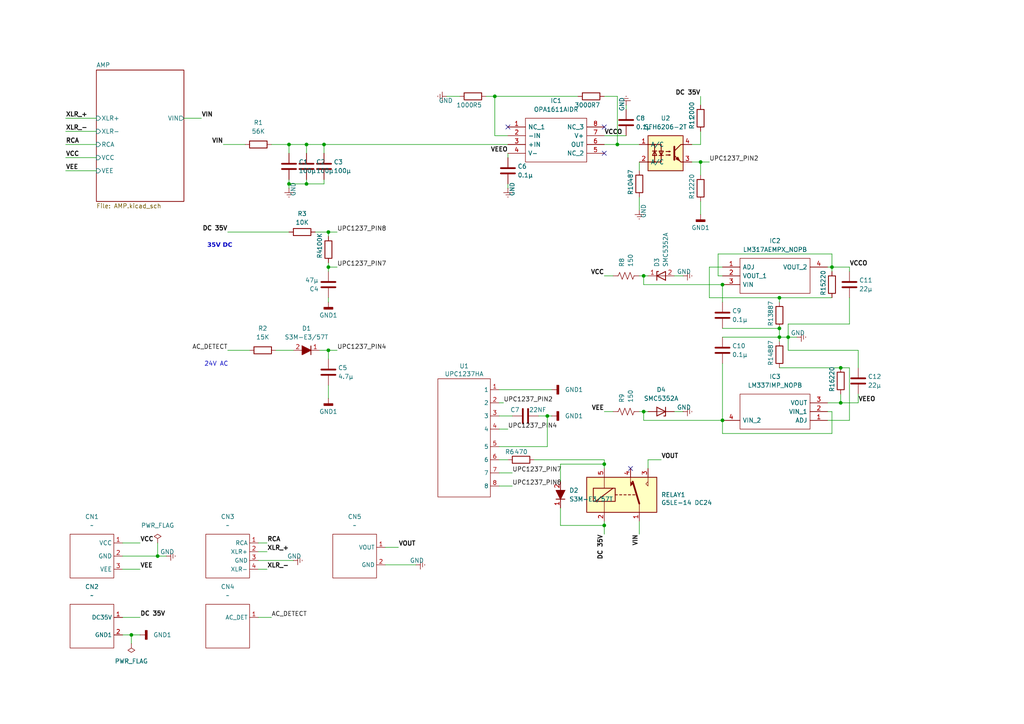
<source format=kicad_sch>
(kicad_sch (version 20250114) (generator "eeschema") (generator_version "9.0")
  (paper "A4")
  (title_block (title "PASS A5 AMP") (date "2025-04-25") (rev "V1") (company "CJW") (comment 1 "PER CHANNEL") (comment 2 "300W TRANSFORMER") (comment 3 "50W OUTPUT"))
  (lib_symbols
    (symbol "2线焊盘_1"
      (property "Reference" "CN8" (at 0 11.43 0))
      (property "Value" "~" (at 0 8.89 0))
      (symbol "2线焊盘_1_0_1"
        (rectangle (start -6.35 6.35) (end 6.35 -6.35))
      )
      (symbol "2线焊盘_1_1_1"
        (pin passive line (at 8.89 2.54 180) (length 2.54) (name "VOUT") (number "1"))
        (pin passive line (at 8.89 -2.54 180) (length 2.54) (name "GND") (number "2"))
      )
    )
    (symbol "3rd_components:OPA1611AIDR" (pin_names (offset 0.762))
      (property "Reference" "IC" (at 24.13 8.636 0))
      (property "Value" "OPA1611AIDR" (at 24.13 6.096 0))
      (symbol "OPA1611AIDR_0_0"
        (pin passive line (at 0 0 0) (length 5.08) (name "NC_1") (number "1"))
        (pin passive line (at 0 -2.54 0) (length 5.08) (name "-IN") (number "2"))
        (pin passive line (at 0 -5.08 0) (length 5.08) (name "+IN") (number "3"))
        (pin passive line (at 0 -7.62 0) (length 5.08) (name "V-") (number "4"))
        (pin passive line (at 27.94 0 180) (length 5.08) (name "NC_3") (number "8"))
        (pin passive line (at 27.94 -2.54 180) (length 5.08) (name "V+") (number "7"))
        (pin passive line (at 27.94 -5.08 180) (length 5.08) (name "OUT") (number "6"))
        (pin passive line (at 27.94 -7.62 180) (length 5.08) (name "NC_2") (number "5"))
      )
      (symbol "OPA1611AIDR_0_1"
        (polyline (pts (xy 5.08 2.54) (xy 22.86 2.54) (xy 22.86 -10.16) (xy 5.08 -10.16) (xy 5.08 2.54)) (stroke (width 0.1524)))
      )
    )
    (symbol "3rd_components:UPC1237HA"
      (property "Reference" "U" (at 0 0 0))
      (symbol "UPC1237HA_0_1"
        (rectangle (start -7.62 17.145) (end 7.62 -17.145))
      )
      (symbol "UPC1237HA_1_1"
        (pin passive line (at 10.16 13.97 180) (length 2.54) (name "1") (number "1"))
        (pin passive line (at 10.16 10.16 180) (length 2.54) (name "2") (number "2"))
        (pin passive line (at 10.16 6.35 180) (length 2.54) (name "3") (number "3"))
        (pin passive line (at 10.16 2.54 180) (length 2.54) (name "4") (number "4"))
        (pin passive line (at 10.16 -2.54 180) (length 2.54) (name "5") (number "5"))
        (pin passive line (at 10.16 -6.35 180) (length 2.54) (name "6") (number "6"))
        (pin passive line (at 10.16 -10.16 180) (length 2.54) (name "7") (number "7"))
        (pin passive line (at 10.16 -13.97 180) (length 2.54) (name "8") (number "8"))
      )
    )
    (symbol "D_Zener_1" (pin_names (offset 1.016) (hide yes))
      (property "Reference" "D" (at 0 2.54 0))
      (property "Value" "D_Zener" (at 0 -2.54 0))
      (symbol "D_Zener_1_0_1"
        (polyline (pts (xy -1.27 -1.27) (xy -1.27 1.27) (xy -0.762 1.27)) (stroke (width 0.254)))
        (polyline (pts (xy 1.27 0) (xy -1.27 0)))
        (polyline (pts (xy 1.27 -1.27) (xy 1.27 1.27) (xy -1.27 0) (xy 1.27 -1.27)) (stroke (width 0.254)))
      )
      (symbol "D_Zener_1_1_1"
        (pin passive line (at -3.81 0 0) (length 2.54) (name "K") (number "1"))
        (pin passive line (at 3.81 0 180) (length 2.54) (name "A") (number "2"))
      )
    )
    (symbol "Device:D_Zener" (pin_numbers (hide yes)) (pin_names (offset 1.016) (hide yes))
      (property "Reference" "D" (at 0 2.54 0))
      (property "Value" "D_Zener" (at 0 -2.54 0))
      (symbol "D_Zener_0_1"
        (polyline (pts (xy -1.27 -1.27) (xy -1.27 1.27) (xy -0.762 1.27)) (stroke (width 0.254)))
        (polyline (pts (xy 1.27 0) (xy -1.27 0)))
        (polyline (pts (xy 1.27 -1.27) (xy 1.27 1.27) (xy -1.27 0) (xy 1.27 -1.27)) (stroke (width 0.254)))
      )
      (symbol "D_Zener_1_1"
        (pin passive line (at -3.81 0 0) (length 2.54) (name "K") (number "1"))
        (pin passive line (at 3.81 0 180) (length 2.54) (name "A") (number "2"))
      )
    )
    (symbol "Diode_1" (pin_names (offset 0) (hide yes))
      (property "Reference" "D" (at 0 -2.794 0))
      (property "Value" "Diode" (at 0 -4.572 0))
      (symbol "Diode_1_0_1"
        (polyline (pts (xy -1.27 1.27) (xy -1.27 -1.27) (xy 1.27 0) (xy -1.27 1.27)) (stroke (width 0.254)) (fill (type outline)))
        (polyline (pts (xy -1.27 0) (xy 1.27 0)))
        (polyline (pts (xy 1.27 1.27) (xy 1.27 -1.27) (xy 1.27 -1.27)) (stroke (width 0.254)))
      )
      (symbol "Diode_1_1_1"
        (pin passive line (at -3.81 0 0) (length 2.54) (name "A") (number "2"))
        (pin passive line (at 3.81 0 180) (length 2.54) (name "K") (number "1"))
      )
    )
    (symbol "R_US_1" (pin_numbers (hide yes)) (pin_names (offset 0))
      (property "Reference" "R" (at 0 2.54 0))
      (property "Value" "～" (at 0 -2.54 0))
      (symbol "R_US_1_0_1"
        (polyline (pts (xy -2.286 0) (xy -2.54 0)))
        (polyline (pts (xy -2.286 0) (xy -1.905 1.016) (xy -1.524 0) (xy -1.143 -1.016) (xy -0.762 0)))
        (polyline (pts (xy -0.762 0) (xy -0.381 1.016) (xy 0 0) (xy 0.381 -1.016) (xy 0.762 0)))
        (polyline (pts (xy 0.762 0) (xy 1.143 1.016) (xy 1.524 0) (xy 1.905 -1.016) (xy 2.286 0)))
        (polyline (pts (xy 2.286 0) (xy 2.54 0)))
      )
      (symbol "R_US_1_1_1"
        (pin passive line (at -3.81 0 0) (length 1.27) (name "~") (number "1"))
        (pin passive line (at 3.81 0 180) (length 1.27) (name "~") (number "2"))
      )
    )
    (symbol "cus_connector:1线焊盘"
      (property "Reference" "CN10" (at 0 11.43 0))
      (property "Value" "~" (at 0 8.89 0))
      (symbol "1线焊盘_0_1"
        (rectangle (start -6.35 6.35) (end 6.35 -6.35))
      )
      (symbol "1线焊盘_1_1"
        (pin passive line (at 8.89 2.54 180) (length 2.54) (name "AC_DET") (number "1"))
      )
    )
    (symbol "cus_connector:2线焊盘"
      (property "Reference" "CN9" (at 0 11.43 0))
      (property "Value" "~" (at 0 8.89 0))
      (symbol "2线焊盘_0_1"
        (rectangle (start -6.35 6.35) (end 6.35 -6.35))
      )
      (symbol "2线焊盘_1_1"
        (pin passive line (at 8.89 2.54 180) (length 2.54) (name "DC35V") (number "1"))
        (pin passive line (at 8.89 -2.54 180) (length 2.54) (name "GND1") (number "2"))
      )
    )
    (symbol "cus_connector:3线焊盘"
      (property "Reference" "CN6" (at 0 11.43 0))
      (property "Value" "~" (at 0 8.89 0))
      (symbol "3线焊盘_0_1"
        (rectangle (start -6.35 6.35) (end 6.35 -6.35))
      )
      (symbol "3线焊盘_1_1"
        (pin passive line (at 8.89 3.81 180) (length 2.54) (name "VCC") (number "1"))
        (pin passive line (at 8.89 0 180) (length 2.54) (name "GND") (number "2"))
        (pin passive line (at 8.89 -3.81 180) (length 2.54) (name "VEE") (number "3"))
      )
    )
    (symbol "cus_connector:4线焊盘"
      (property "Reference" "CN7" (at 0 11.43 0))
      (property "Value" "~" (at 0 8.89 0))
      (symbol "4线焊盘_0_1"
        (rectangle (start -6.35 6.35) (end 6.35 -6.35))
      )
      (symbol "4线焊盘_1_1"
        (pin passive line (at 8.89 3.81 180) (length 2.54) (name "RCA") (number "1"))
        (pin passive line (at 8.89 1.27 180) (length 2.54) (name "XLR+") (number "2"))
        (pin passive line (at 8.89 -1.27 180) (length 2.54) (name "GND") (number "3"))
        (pin passive line (at 8.89 -3.81 180) (length 2.54) (name "XLR-") (number "4"))
      )
    )
    (symbol "cus_ldo:LM317AEMPX_NOPB" (pin_names (offset 0.762))
      (property "Reference" "IC" (at 29.21 7.62 0))
      (property "Value" "LM317AEMPX_NOPB" (at 29.21 5.08 0))
      (symbol "LM317AEMPX_NOPB_0_0"
        (pin passive line (at 0 0 0) (length 5.08) (name "ADJ") (number "1"))
        (pin passive line (at 0 -2.54 0) (length 5.08) (name "VOUT_1") (number "2"))
        (pin passive line (at 0 -5.08 0) (length 5.08) (name "VIN") (number "3"))
        (pin passive line (at 30.48 0 180) (length 5.08) (name "VOUT_2") (number "4"))
      )
      (symbol "LM317AEMPX_NOPB_0_1"
        (polyline (pts (xy 5.08 2.54) (xy 25.4 2.54) (xy 25.4 -7.62) (xy 5.08 -7.62) (xy 5.08 2.54)) (stroke (width 0.1524)))
      )
    )
    (symbol "cus_ldo:LM337IMP_NOPB" (pin_names (offset 0.762))
      (property "Reference" "IC" (at 26.67 7.62 0))
      (property "Value" "LM337IMP_NOPB" (at 26.67 5.08 0))
      (symbol "LM337IMP_NOPB_0_0"
        (pin passive line (at 0 0 0) (length 5.08) (name "ADJ") (number "1"))
        (pin passive line (at 0 -2.54 0) (length 5.08) (name "VIN_1") (number "2"))
        (pin passive line (at 0 -5.08 0) (length 5.08) (name "VOUT") (number "3"))
        (pin passive line (at 30.48 0 180) (length 5.08) (name "VIN_2") (number "4"))
      )
      (symbol "LM337IMP_NOPB_0_1"
        (polyline (pts (xy 5.08 2.54) (xy 25.4 2.54) (xy 25.4 -7.62) (xy 5.08 -7.62) (xy 5.08 2.54)) (stroke (width 0.1524)))
      )
    )
    (symbol "cus_optocouple:SFH6206-2T" (pin_names (offset 0.762))
      (property "Reference" "OC**" (at 19.812 6.604 0))
      (property "Value" "SFH6206-2T" (at 19.812 4.064 0))
      (symbol "SFH6206-2T_0_1"
        (rectangle (start 2.54 2.54) (end 12.7 -7.62) (stroke (width 0.254)) (fill (type background)))
      )
      (symbol "SFH6206-2T_1_1"
        (polyline (pts (xy 2.54 0) (xy 4.445 0) (xy 4.445 -5.08) (xy 2.54 -5.08)) (stroke (width 0.254)))
        (polyline (pts (xy 3.81 -1.905) (xy 5.08 -1.905)) (stroke (width 0.254)))
        (circle (center 4.445 0) (radius 0.127))
        (polyline (pts (xy 4.445 -1.905) (xy 3.81 -3.175) (xy 5.08 -3.175) (xy 4.445 -1.905)) (stroke (width 0.254)))
        (polyline (pts (xy 4.445 -5.08) (xy 6.35 -5.08) (xy 6.35 0) (xy 4.445 0)) (stroke (width 0.254)))
        (circle (center 4.445 -5.08) (radius 0.127))
        (polyline (pts (xy 5.715 -3.175) (xy 6.985 -3.175)) (stroke (width 0.254)))
        (polyline (pts (xy 6.35 -3.175) (xy 5.715 -1.905) (xy 6.985 -1.905) (xy 6.35 -3.175)) (stroke (width 0.254)))
        (polyline (pts (xy 7.747 -2.032) (xy 9.017 -2.032) (xy 8.636 -2.159) (xy 8.636 -1.905) (xy 9.017 -2.032)) (stroke (width 0.254)))
        (polyline (pts (xy 7.747 -3.048) (xy 9.017 -3.048) (xy 8.636 -3.175) (xy 8.636 -2.921) (xy 9.017 -3.048)) (stroke (width 0.254)))
        (polyline (pts (xy 10.16 -0.635) (xy 10.16 -4.445)) (stroke (width 0.508)))
        (polyline (pts (xy 10.668 -4.191) (xy 11.176 -3.683) (xy 11.684 -4.699) (xy 10.668 -4.191)) (stroke (width 0.254)) (fill (type outline)))
        (polyline (pts (xy 12.7 0) (xy 12.065 0) (xy 10.16 -1.905)) (stroke (width 0.254)))
        (polyline (pts (xy 12.7 -5.08) (xy 12.065 -5.08) (xy 10.16 -3.175)) (stroke (width 0.254)))
        (pin passive line (at 0 0 0) (length 2.54) (name "A/C") (number "1"))
        (pin passive line (at 0 -5.08 0) (length 2.54) (name "A/C") (number "2"))
        (pin passive line (at 15.24 0 180) (length 2.54) (name "~") (number "4"))
        (pin passive line (at 15.24 -5.08 180) (length 2.54) (name "~") (number "3"))
      )
    )
    (symbol "generic components:C_Unpolarized" (pin_numbers (hide yes)) (pin_names (offset 0.254))
      (property "Reference" "C" (at 1.524 1.27 0))
      (property "Value" "Cap_Non_Polarized" (at 1.524 -1.524 0))
      (symbol "C_Unpolarized_0_1"
        (polyline (pts (xy -0.762 2.032) (xy -0.762 -2.032)) (stroke (width 0.508)))
        (polyline (pts (xy 0.762 2.032) (xy 0.762 -2.032)) (stroke (width 0.508)))
      )
      (symbol "C_Unpolarized_1_1"
        (pin passive line (at -3.81 0 0) (length 2.794) (name "~") (number "2"))
        (pin passive line (at 3.81 0 180) (length 2.794) (name "~") (number "1"))
      )
    )
    (symbol "generic components:Diode" (pin_names (offset 0) (hide yes))
      (property "Reference" "D" (at 0 -2.794 0))
      (property "Value" "Diode" (at 0 -4.572 0))
      (symbol "Diode_0_1"
        (polyline (pts (xy -1.27 1.27) (xy -1.27 -1.27) (xy 1.27 0) (xy -1.27 1.27)) (stroke (width 0.254)) (fill (type outline)))
        (polyline (pts (xy -1.27 0) (xy 1.27 0)))
        (polyline (pts (xy 1.27 1.27) (xy 1.27 -1.27) (xy 1.27 -1.27)) (stroke (width 0.254)))
      )
      (symbol "Diode_1_1"
        (pin passive line (at -3.81 0 0) (length 2.54) (name "A") (number "2"))
        (pin passive line (at 3.81 0 180) (length 2.54) (name "K") (number "1"))
      )
    )
    (symbol "generic components:R" (pin_numbers (hide yes))
      (property "Reference" "R" (at 1.524 1.524 0))
      (property "Value" "R" (at 1.524 -1.524 0))
      (symbol "R_0_1"
        (rectangle (start -1.016 -2.54) (end 1.016 2.54) (stroke (width 0.254)))
      )
      (symbol "R_1_1"
        (pin passive line (at 0 3.81 270) (length 1.27) (name "~") (number "1"))
        (pin passive line (at 0 -3.81 90) (length 1.27) (name "~") (number "2"))
      )
    )
    (symbol "generic components:R_US" (pin_numbers (hide yes)) (pin_names (offset 0))
      (property "Reference" "R" (at 0 2.54 0))
      (property "Value" "～" (at 0 -2.54 0))
      (symbol "R_US_0_1"
        (polyline (pts (xy -2.286 0) (xy -2.54 0)))
        (polyline (pts (xy -2.286 0) (xy -1.905 1.016) (xy -1.524 0) (xy -1.143 -1.016) (xy -0.762 0)))
        (polyline (pts (xy -0.762 0) (xy -0.381 1.016) (xy 0 0) (xy 0.381 -1.016) (xy 0.762 0)))
        (polyline (pts (xy 0.762 0) (xy 1.143 1.016) (xy 1.524 0) (xy 1.905 -1.016) (xy 2.286 0)))
        (polyline (pts (xy 2.286 0) (xy 2.54 0)))
      )
      (symbol "R_US_1_1"
        (pin passive line (at -3.81 0 0) (length 1.27) (name "~") (number "1"))
        (pin passive line (at 3.81 0 180) (length 1.27) (name "~") (number "2"))
      )
    )
    (symbol "generic components:Relay_SPDT" (pin_names (hide yes))
      (property "Reference" "RELAY" (at 18.796 1.016 0))
      (symbol "Relay_SPDT_0_0"
        (polyline (pts (xy 12.7 5.08) (xy 12.7 2.54) (xy 12.065 3.175) (xy 12.7 3.81)))
      )
      (symbol "Relay_SPDT_0_1"
        (rectangle (start -5.08 5.08) (end 15.24 -5.08) (stroke (width 0.254)) (fill (type background)))
        (rectangle (start -3.175 1.905) (end 3.175 -1.905) (stroke (width 0.254)))
        (polyline (pts (xy -2.54 -1.905) (xy 2.54 1.905)) (stroke (width 0.254)))
        (polyline (pts (xy 0 5.08) (xy 0 1.905)))
        (polyline (pts (xy 0 -5.08) (xy 0 -1.905)))
        (polyline (pts (xy 3.175 0) (xy 3.81 0)) (stroke (width 0.254)))
        (polyline (pts (xy 4.445 0) (xy 5.08 0)) (stroke (width 0.254)))
        (polyline (pts (xy 5.715 0) (xy 6.35 0)) (stroke (width 0.254)))
        (polyline (pts (xy 6.985 0) (xy 7.62 0)) (stroke (width 0.254)))
        (polyline (pts (xy 7.62 5.08) (xy 7.62 2.54) (xy 8.255 3.175) (xy 7.62 3.81)) (fill (type outline)))
        (polyline (pts (xy 8.255 0) (xy 8.89 0)) (stroke (width 0.254)))
        (polyline (pts (xy 10.16 -2.54) (xy 8.255 3.81)) (stroke (width 0.508)))
        (polyline (pts (xy 10.16 -2.54) (xy 10.16 -5.08)))
      )
      (symbol "Relay_SPDT_1_1"
        (pin passive line (at 0 7.62 270) (length 2.54) (name "5") (number "5"))
        (pin passive line (at 0 -7.62 90) (length 2.54) (name "2") (number "2"))
        (pin passive line (at 7.62 7.62 270) (length 2.54) (name "4") (number "4"))
        (pin passive line (at 10.16 -7.62 90) (length 2.54) (name "1") (number "1"))
        (pin passive line (at 12.7 7.62 270) (length 2.54) (name "3") (number "3"))
      )
    )
    (symbol "power:GNDD" (power) (pin_numbers (hide yes)) (pin_names (offset 0) (hide yes))
      (property "Value" "GNDD" (at 0 -3.175 0))
      (symbol "GNDD_0_1"
        (rectangle (start -1.27 -1.524) (end 1.27 -2.032) (stroke (width 0.254)) (fill (type outline)))
        (polyline (pts (xy 0 0) (xy 0 -1.524)))
      )
      (symbol "GNDD_1_1"
        (pin power_in line (at 0 0 270) (length 0) (name "~") (number "1"))
      )
    )
    (symbol "power:GNDREF" (power) (pin_numbers (hide yes)) (pin_names (offset 0) (hide yes))
      (property "Value" "GNDREF" (at 0 -3.81 0))
      (symbol "GNDREF_0_1"
        (polyline (pts (xy -0.635 -1.905) (xy 0.635 -1.905)))
        (polyline (pts (xy -0.127 -2.54) (xy 0.127 -2.54)))
        (polyline (pts (xy 0 -1.27) (xy 0 0)))
        (polyline (pts (xy 1.27 -1.27) (xy -1.27 -1.27)))
      )
      (symbol "GNDREF_1_1"
        (pin power_in line (at 0 0 270) (length 0) (name "~") (number "1"))
      )
    )
    (symbol "power:PWR_FLAG" (power) (pin_numbers (hide yes)) (pin_names (offset 0) (hide yes))
      (property "Value" "PWR_FLAG" (at 0 3.81 0))
      (symbol "PWR_FLAG_0_0"
        (pin power_out line (at 0 0 90) (length 0) (name "~") (number "1"))
      )
      (symbol "PWR_FLAG_0_1"
        (polyline (pts (xy 0 0) (xy 0 1.27) (xy -1.016 1.905) (xy 0 2.54) (xy 1.016 1.905) (xy 0 1.27)))
      )
    )
  )
  (text "35V DC" (at 63.754 71.628 0) (effects (font (size 1.27 1.27))))
  (text "24V AC" (at 62.738 105.664 0) (effects (font (size 1.27 1.27))))
  (junction (at 228.6 97.79))
  (junction (at 88.9 53.34))
  (junction (at 93.98 41.91))
  (junction (at 186.69 80.01))
  (junction (at 38.1 184.15))
  (junction (at 95.25 77.47))
  (junction (at 209.55 121.92))
  (junction (at 243.84 116.84))
  (junction (at 88.9 41.91))
  (junction (at 226.06 97.79))
  (junction (at 241.3 77.47))
  (junction (at 143.51 27.94))
  (junction (at 175.26 152.4))
  (junction (at 226.06 95.25))
  (junction (at 179.07 41.91))
  (junction (at 95.25 67.31))
  (junction (at 175.26 134.62))
  (junction (at 209.55 82.55))
  (junction (at 203.2 46.99))
  (junction (at 186.69 119.38))
  (junction (at 158.75 120.65))
  (junction (at 83.82 53.34))
  (junction (at 45.72 161.29))
  (junction (at 226.06 86.36))
  (junction (at 95.25 101.6))
  (junction (at 83.82 41.91))
  (junction (at 243.84 106.68))
  (no_connect (at 175.26 36.83))
  (no_connect (at 147.32 36.83))
  (no_connect (at 175.26 44.45))
  (no_connect (at 182.88 135.89))
  (wire (pts (xy 241.3 86.36) (xy 226.06 86.36)))
  (wire (pts (xy 226.06 97.79) (xy 226.06 99.06)))
  (wire (pts (xy 144.78 124.46) (xy 147.32 124.46)))
  (wire (pts (xy 191.77 133.35) (xy 187.96 133.35)))
  (wire (pts (xy 64.77 41.91) (xy 71.12 41.91)))
  (wire (pts (xy 209.55 97.79) (xy 226.06 97.79)))
  (wire (pts (xy 185.42 80.01) (xy 186.69 80.01)))
  (wire (pts (xy 95.25 67.31) (xy 97.79 67.31)))
  (wire (pts (xy 144.78 129.54) (xy 158.75 129.54)))
  (wire (pts (xy 248.92 116.84) (xy 243.84 116.84)))
  (wire (pts (xy 45.72 157.48) (xy 45.72 161.29)))
  (wire (pts (xy 248.92 101.6) (xy 228.6 101.6)))
  (wire (pts (xy 95.25 67.31) (xy 95.25 68.58)))
  (wire (pts (xy 185.42 151.13) (xy 185.42 154.94)))
  (wire (pts (xy 203.2 38.1) (xy 203.2 41.91)))
  (wire (pts (xy 111.76 158.75) (xy 115.57 158.75)))
  (wire (pts (xy 246.38 77.47) (xy 241.3 77.47)))
  (wire (pts (xy 209.55 80.01) (xy 208.28 80.01)))
  (wire (pts (xy 243.84 116.84) (xy 240.03 116.84)))
  (wire (pts (xy 93.98 41.91) (xy 93.98 44.45)))
  (wire (pts (xy 93.98 41.91) (xy 147.32 41.91)))
  (wire (pts (xy 205.74 86.36) (xy 226.06 86.36)))
  (wire (pts (xy 143.51 27.94) (xy 167.64 27.94)))
  (wire (pts (xy 93.98 52.07) (xy 93.98 53.34)))
  (wire (pts (xy 195.58 119.38) (xy 198.12 119.38)))
  (wire (pts (xy 78.74 41.91) (xy 83.82 41.91)))
  (wire (pts (xy 175.26 27.94) (xy 179.07 27.94)))
  (wire (pts (xy 246.38 121.92) (xy 246.38 106.68)))
  (wire (pts (xy 38.1 184.15) (xy 40.64 184.15)))
  (wire (pts (xy 19.05 45.72) (xy 27.94 45.72)))
  (wire (pts (xy 179.07 41.91) (xy 185.42 41.91)))
  (wire (pts (xy 38.1 184.15) (xy 38.1 186.69)))
  (wire (pts (xy 162.56 134.62) (xy 175.26 134.62)))
  (wire (pts (xy 246.38 86.36) (xy 246.38 93.98)))
  (wire (pts (xy 74.93 160.02) (xy 77.47 160.02)))
  (wire (pts (xy 88.9 52.07) (xy 88.9 53.34)))
  (wire (pts (xy 162.56 152.4) (xy 175.26 152.4)))
  (wire (pts (xy 228.6 101.6) (xy 228.6 97.79)))
  (wire (pts (xy 66.04 101.6) (xy 72.39 101.6)))
  (wire (pts (xy 158.75 129.54) (xy 158.75 120.65)))
  (wire (pts (xy 228.6 97.79) (xy 226.06 97.79)))
  (wire (pts (xy 83.82 41.91) (xy 88.9 41.91)))
  (wire (pts (xy 231.14 97.79) (xy 228.6 97.79)))
  (wire (pts (xy 35.56 165.1) (xy 40.64 165.1)))
  (wire (pts (xy 175.26 119.38) (xy 177.8 119.38)))
  (wire (pts (xy 93.98 53.34) (xy 88.9 53.34)))
  (wire (pts (xy 143.51 39.37) (xy 147.32 39.37)))
  (wire (pts (xy 228.6 93.98) (xy 228.6 97.79)))
  (wire (pts (xy 175.26 135.89) (xy 175.26 134.62)))
  (wire (pts (xy 88.9 53.34) (xy 83.82 53.34)))
  (wire (pts (xy 95.25 101.6) (xy 97.79 101.6)))
  (wire (pts (xy 175.26 133.35) (xy 154.94 133.35)))
  (wire (pts (xy 186.69 121.92) (xy 209.55 121.92)))
  (wire (pts (xy 74.93 162.56) (xy 85.09 162.56)))
  (wire (pts (xy 185.42 46.99) (xy 185.42 49.53)))
  (wire (pts (xy 186.69 119.38) (xy 187.96 119.38)))
  (wire (pts (xy 162.56 147.32) (xy 162.56 152.4)))
  (wire (pts (xy 144.78 120.65) (xy 148.59 120.65)))
  (wire (pts (xy 205.74 77.47) (xy 205.74 86.36)))
  (wire (pts (xy 241.3 125.73) (xy 209.55 125.73)))
  (wire (pts (xy 111.76 163.83) (xy 120.65 163.83)))
  (wire (pts (xy 175.26 39.37) (xy 181.61 39.37)))
  (wire (pts (xy 175.26 80.01) (xy 177.8 80.01)))
  (wire (pts (xy 226.06 95.25) (xy 226.06 97.79)))
  (wire (pts (xy 162.56 139.7) (xy 162.56 134.62)))
  (wire (pts (xy 158.75 120.65) (xy 160.02 120.65)))
  (wire (pts (xy 95.25 77.47) (xy 97.79 77.47)))
  (wire (pts (xy 19.05 38.1) (xy 27.94 38.1)))
  (wire (pts (xy 186.69 82.55) (xy 186.69 80.01)))
  (wire (pts (xy 95.25 111.76) (xy 95.25 115.57)))
  (wire (pts (xy 246.38 78.74) (xy 246.38 77.47)))
  (wire (pts (xy 83.82 52.07) (xy 83.82 53.34)))
  (wire (pts (xy 144.78 137.16) (xy 148.59 137.16)))
  (wire (pts (xy 246.38 106.68) (xy 243.84 106.68)))
  (wire (pts (xy 144.78 133.35) (xy 147.32 133.35)))
  (wire (pts (xy 175.26 41.91) (xy 179.07 41.91)))
  (wire (pts (xy 144.78 140.97) (xy 148.59 140.97)))
  (wire (pts (xy 83.82 53.34) (xy 83.82 54.61)))
  (wire (pts (xy 74.93 157.48) (xy 77.47 157.48)))
  (wire (pts (xy 209.55 125.73) (xy 209.55 121.92)))
  (wire (pts (xy 19.05 41.91) (xy 27.94 41.91)))
  (wire (pts (xy 45.72 161.29) (xy 48.26 161.29)))
  (wire (pts (xy 95.25 76.2) (xy 95.25 77.47)))
  (wire (pts (xy 203.2 46.99) (xy 205.74 46.99)))
  (wire (pts (xy 187.96 133.35) (xy 187.96 135.89)))
  (wire (pts (xy 226.06 106.68) (xy 243.84 106.68)))
  (wire (pts (xy 35.56 179.07) (xy 40.64 179.07)))
  (wire (pts (xy 80.01 101.6) (xy 85.09 101.6)))
  (wire (pts (xy 186.69 80.01) (xy 187.96 80.01)))
  (wire (pts (xy 92.71 101.6) (xy 95.25 101.6)))
  (wire (pts (xy 175.26 152.4) (xy 175.26 154.94)))
  (wire (pts (xy 240.03 119.38) (xy 241.3 119.38)))
  (wire (pts (xy 208.28 73.66) (xy 241.3 73.66)))
  (wire (pts (xy 129.54 27.94) (xy 133.35 27.94)))
  (wire (pts (xy 144.78 116.84) (xy 146.05 116.84)))
  (wire (pts (xy 19.05 34.29) (xy 27.94 34.29)))
  (wire (pts (xy 144.78 113.03) (xy 160.02 113.03)))
  (wire (pts (xy 241.3 73.66) (xy 241.3 77.47)))
  (wire (pts (xy 209.55 82.55) (xy 186.69 82.55)))
  (wire (pts (xy 83.82 41.91) (xy 83.82 44.45)))
  (wire (pts (xy 88.9 41.91) (xy 88.9 44.45)))
  (wire (pts (xy 175.26 134.62) (xy 175.26 133.35)))
  (wire (pts (xy 209.55 105.41) (xy 209.55 121.92)))
  (wire (pts (xy 74.93 165.1) (xy 77.47 165.1)))
  (wire (pts (xy 203.2 41.91) (xy 200.66 41.91)))
  (wire (pts (xy 203.2 58.42) (xy 203.2 62.23)))
  (wire (pts (xy 74.93 179.07) (xy 78.74 179.07)))
  (wire (pts (xy 185.42 57.15) (xy 185.42 60.96)))
  (wire (pts (xy 91.44 67.31) (xy 95.25 67.31)))
  (wire (pts (xy 35.56 161.29) (xy 45.72 161.29)))
  (wire (pts (xy 175.26 151.13) (xy 175.26 152.4)))
  (wire (pts (xy 186.69 119.38) (xy 186.69 121.92)))
  (wire (pts (xy 95.25 77.47) (xy 95.25 78.74)))
  (wire (pts (xy 209.55 77.47) (xy 205.74 77.47)))
  (wire (pts (xy 35.56 157.48) (xy 40.64 157.48)))
  (wire (pts (xy 209.55 95.25) (xy 226.06 95.25)))
  (wire (pts (xy 19.05 49.53) (xy 27.94 49.53)))
  (wire (pts (xy 143.51 27.94) (xy 143.51 39.37)))
  (wire (pts (xy 243.84 114.3) (xy 243.84 116.84)))
  (wire (pts (xy 35.56 184.15) (xy 38.1 184.15)))
  (wire (pts (xy 66.04 67.31) (xy 83.82 67.31)))
  (wire (pts (xy 140.97 27.94) (xy 143.51 27.94)))
  (wire (pts (xy 248.92 114.3) (xy 248.92 116.84)))
  (wire (pts (xy 203.2 50.8) (xy 203.2 46.99)))
  (wire (pts (xy 240.03 121.92) (xy 246.38 121.92)))
  (wire (pts (xy 241.3 119.38) (xy 241.3 125.73)))
  (wire (pts (xy 209.55 82.55) (xy 209.55 87.63)))
  (wire (pts (xy 203.2 27.94) (xy 203.2 30.48)))
  (wire (pts (xy 241.3 77.47) (xy 240.03 77.47)))
  (wire (pts (xy 179.07 27.94) (xy 179.07 41.91)))
  (wire (pts (xy 246.38 93.98) (xy 228.6 93.98)))
  (wire (pts (xy 147.32 44.45) (xy 147.32 45.72)))
  (wire (pts (xy 156.21 120.65) (xy 158.75 120.65)))
  (wire (pts (xy 185.42 119.38) (xy 186.69 119.38)))
  (wire (pts (xy 203.2 46.99) (xy 200.66 46.99)))
  (wire (pts (xy 95.25 86.36) (xy 95.25 87.63)))
  (wire (pts (xy 181.61 30.48) (xy 181.61 31.75)))
  (wire (pts (xy 88.9 41.91) (xy 93.98 41.91)))
  (wire (pts (xy 147.32 53.34) (xy 147.32 54.61)))
  (wire (pts (xy 95.25 101.6) (xy 95.25 104.14)))
  (wire (pts (xy 248.92 106.68) (xy 248.92 101.6)))
  (wire (pts (xy 53.34 34.29) (xy 58.42 34.29)))
  (wire (pts (xy 241.3 78.74) (xy 241.3 77.47)))
  (wire (pts (xy 195.58 80.01) (xy 198.12 80.01)))
  (wire (pts (xy 226.06 86.36) (xy 226.06 87.63)))
  (wire (pts (xy 208.28 80.01) (xy 208.28 73.66)))
  (label "VCC" (at 40.64 157.48 0) (effects (font (thickness 0.254) (bold yes))))
  (label "XLR_-" (at 19.05 38.1 0) (effects (font (thickness 0.254) (bold yes))))
  (label "VCCO" (at 246.38 77.47 0) (effects (font (thickness 0.254) (bold yes))))
  (label "VEE" (at 19.05 49.53 0) (effects (font (thickness 0.254) (bold yes))))
  (label "AC_DETECT" (at 66.04 101.6 180))
  (label "VCC" (at 175.26 80.01 180) (effects (font (thickness 0.254) (bold yes))))
  (label "UPC1237_PIN8" (at 148.59 140.97 0))
  (label "UPC1237_PIN2" (at 146.05 116.84 0))
  (label "XLR_+" (at 77.47 160.02 0) (effects (font (thickness 0.254) (bold yes))))
  (label "VCCO" (at 175.26 39.37 0) (effects (font (thickness 0.254) (bold yes))))
  (label "DC 35V" (at 203.2 27.94 180) (effects (font (thickness 0.254) (bold yes))))
  (label "VEEO" (at 147.32 44.45 180) (effects (font (thickness 0.254) (bold yes))))
  (label "VIN" (at 58.42 34.29 0) (effects (font (thickness 0.254) (bold yes))))
  (label "VEEO" (at 248.92 116.84 0) (effects (font (thickness 0.254) (bold yes))))
  (label "UPC1237_PIN4" (at 147.32 124.46 0))
  (label "DC 35V" (at 175.26 154.94 270) (effects (font (thickness 0.254) (bold yes))))
  (label "XLR_+" (at 19.05 34.29 0) (effects (font (thickness 0.254) (bold yes))))
  (label "VOUT" (at 191.77 133.35 0) (effects (font (thickness 0.254) (bold yes))))
  (label "VEE" (at 175.26 119.38 180) (effects (font (thickness 0.254) (bold yes))))
  (label "XLR_-" (at 77.47 165.1 0) (effects (font (thickness 0.254) (bold yes))))
  (label "VOUT" (at 115.57 158.75 0) (effects (font (thickness 0.254) (bold yes))))
  (label "UPC1237_PIN2" (at 205.74 46.99 0))
  (label "RCA" (at 77.47 157.48 0) (effects (font (thickness 0.254) (bold yes))))
  (label "VCC" (at 19.05 45.72 0) (effects (font (thickness 0.254) (bold yes))))
  (label "VIN" (at 64.77 41.91 180) (effects (font (thickness 0.254) (bold yes))))
  (label "AC_DETECT" (at 78.74 179.07 0))
  (label "RCA" (at 19.05 41.91 0) (effects (font (thickness 0.254) (bold yes))))
  (label "VEE" (at 40.64 165.1 0) (effects (font (thickness 0.254) (bold yes))))
  (label "DC 35V" (at 66.04 67.31 180) (effects (font (thickness 0.254) (bold yes))))
  (label "VIN" (at 185.42 154.94 270) (effects (font (thickness 0.254) (bold yes))))
  (label "UPC1237_PIN7" (at 97.79 77.47 0))
  (label "UPC1237_PIN4" (at 97.79 101.6 0))
  (label "UPC1237_PIN8" (at 97.79 67.31 0))
  (label "UPC1237_PIN7" (at 148.59 137.16 0))
  (label "DC 35V" (at 40.64 179.07 0) (effects (font (thickness 0.254) (bold yes))))
  (symbol (lib_id "cus_connector:2线焊盘") (at 26.67 181.61 0) (unit 1)
    (property "Reference" "CN2" (at 26.67 170.18 0))
    (property "Value" "~" (at 26.67 172.72 0))
    (property "Footprint" "connectors:2线焊盘" (effects (hide yes)))
  )
  (symbol (lib_id "generic components:C_Unpolarized") (at 95.25 82.55 270) (unit 1)
    (property "Reference" "C4" (at 92.456 83.82 90) (effects (justify right)))
    (property "Value" "47μ" (at 92.456 81.28 90) (effects (justify right)))
    (property "Footprint" "cus_capacitor:C3216X5R1E476MTJ00E" (effects (hide yes)))
    (property "Description" "Unpolarized capacitor" (effects (hide yes)))
  )
  (symbol (lib_id "power:PWR_FLAG") (at 45.72 157.48 0) (unit 1)
    (property "Reference" "#FLG02" (effects (hide yes)))
    (property "Value" "PWR_FLAG" (at 45.72 152.4 0))
    (property "Description" "Special symbol for telling ERC where power comes from" (effects (hide yes)))
  )
  (symbol (lib_id "generic components:Relay_SPDT") (at 175.26 143.51 0) (unit 1)
    (property "Reference" "RELAY1" (at 191.77 143.5099 0) (effects (justify left)))
    (property "Value" "G5LE-14 DC24" (at 191.77 145.796 0) (effects (justify left)))
    (property "Footprint" "generic package:Relay_SPDT" (effects (hide yes)))
  )
  (symbol (lib_id "power:GNDD") (at 40.64 184.15 90) (unit 1)
    (property "Reference" "#PWR01" (effects (hide yes)))
    (property "Value" "GND1" (at 44.45 184.1499 90) (effects (justify right)))
    (property "Description" "Power symbol creates a global label with name \"GNDD\" , digital ground" (effects (hide yes)))
  )
  (symbol (lib_id "power:GNDD") (at 95.25 115.57 0) (unit 1)
    (property "Reference" "#PWR06" (effects (hide yes)))
    (property "Value" "GND1" (at 95.25 119.38 0))
    (property "Description" "Power symbol creates a global label with name \"GNDD\" , digital ground" (effects (hide yes)))
  )
  (symbol (lib_id "generic components:R") (at 226.06 102.87 180) (unit 1)
    (property "Reference" "R14" (at 223.52 104.14 90))
    (property "Value" "887" (at 223.52 100.584 90))
    (property "Footprint" "generic package:R_1206" (effects (hide yes)))
    (property "Description" "Resistor" (effects (hide yes)))
  )
  (symbol (lib_id "generic components:R") (at 185.42 53.34 180) (unit 1)
    (property "Reference" "R10" (at 182.88 54.61 90))
    (property "Value" "487" (at 182.88 51.054 90))
    (property "Footprint" "generic package:R_1206" (effects (hide yes)))
    (property "Description" "Resistor" (effects (hide yes)))
  )
  (symbol (lib_id "generic components:C_Unpolarized") (at 147.32 49.53 90) (unit 1)
    (property "Reference" "C6" (at 150.114 48.26 90) (effects (justify right)))
    (property "Value" "0.1μ" (at 150.114 50.8 90) (effects (justify right)))
    (property "Footprint" "cus_capacitor:MES104J2A-7-50R0" (effects (hide yes)))
    (property "Description" "Unpolarized capacitor" (effects (hide yes)))
  )
  (symbol (lib_id "power:GNDREF") (at 185.42 60.96 0) (unit 1)
    (property "Reference" "#PWR013" (effects (hide yes)))
    (property "Value" "GND" (at 185.928 61.214 90) (effects (justify top)))
    (property "Description" "Power symbol creates a global label with name \"GNDREF\" , reference supply ground" (effects (hide yes)))
  )
  (symbol (lib_id "power:GNDREF") (at 48.26 161.29 90) (unit 1)
    (property "Reference" "#PWR02" (effects (hide yes)))
    (property "Value" "GND" (at 48.514 160.782 90) (effects (justify top)))
    (property "Description" "Power symbol creates a global label with name \"GNDREF\" , reference supply ground" (effects (hide yes)))
  )
  (symbol (lib_id "generic components:R") (at 243.84 110.49 180) (unit 1)
    (property "Reference" "R16" (at 241.3 111.76 90))
    (property "Value" "220" (at 241.3 108.204 90))
    (property "Footprint" "generic package:R_1206" (effects (hide yes)))
    (property "Description" "Resistor" (effects (hide yes)))
  )
  (symbol (lib_id "power:GNDREF") (at 83.82 54.61 0) (unit 1)
    (property "Reference" "#PWR03" (effects (hide yes)))
    (property "Value" "GND" (at 84.328 54.864 90) (effects (justify top)))
    (property "Description" "Power symbol creates a global label with name \"GNDREF\" , reference supply ground" (effects (hide yes)))
  )
  (symbol (lib_id "power:GNDREF") (at 181.61 30.48 180) (unit 1)
    (property "Reference" "#PWR012" (effects (hide yes)))
    (property "Value" "GND" (at 181.102 30.226 90) (effects (justify top)))
    (property "Description" "Power symbol creates a global label with name \"GNDREF\" , reference supply ground" (effects (hide yes)))
  )
  (symbol (lib_id "power:GNDREF") (at 198.12 119.38 90) (unit 1)
    (property "Reference" "#PWR015" (effects (hide yes)))
    (property "Value" "GND" (at 198.374 118.872 90) (effects (justify top)))
    (property "Description" "Power symbol creates a global label with name \"GNDREF\" , reference supply ground" (effects (hide yes)))
  )
  (symbol (lib_id "generic components:C_Unpolarized") (at 88.9 48.26 90) (unit 1)
    (property "Reference" "C2" (at 91.694 46.99 90) (effects (justify right)))
    (property "Value" "100μ" (at 91.694 49.53 90) (effects (justify right)))
    (property "Footprint" "cus_capacitor:CGA1206X5R226M350NT" (effects (hide yes)))
    (property "Description" "Unpolarized capacitor" (effects (hide yes)))
  )
  (symbol (lib_id "power:PWR_FLAG") (at 38.1 186.69 180) (unit 1)
    (property "Reference" "#FLG01" (effects (hide yes)))
    (property "Value" "PWR_FLAG" (at 38.1 191.77 0))
    (property "Description" "Special symbol for telling ERC where power comes from" (effects (hide yes)))
  )
  (symbol (lib_id "cus_optocouple:SFH6206-2T") (at 185.42 41.91 0) (unit 1)
    (property "Reference" "U2" (at 193.04 34.29 0))
    (property "Value" "SFH6206-2T" (at 193.04 36.83 0))
    (property "Footprint" "cus_optocouple:SFH6206-2T" (effects (hide yes)))
    (property "Datasheet" "http://www.vishay.com/docs/83675/sfh620a.pdf" (effects (hide yes)))
    (property "Description" "Transistor Output Optocouplers Phototransistor Out AC-In CTR>63-200%" (effects (hide yes)))
  )
  (symbol (lib_id "power:GNDD") (at 160.02 113.03 90) (unit 1)
    (property "Reference" "#PWR010" (effects (hide yes)))
    (property "Value" "GND1" (at 163.83 113.0299 90) (effects (justify right)))
    (property "Description" "Power symbol creates a global label with name \"GNDD\" , digital ground" (effects (hide yes)))
  )
  (symbol (lib_id "generic components:R") (at 151.13 133.35 90) (unit 1)
    (property "Reference" "R6" (at 147.828 131.064 90))
    (property "Value" "470" (at 151.13 131.064 90))
    (property "Footprint" "generic package:R_1206" (effects (hide yes)))
    (property "Description" "Resistor" (effects (hide yes)))
  )
  (symbol (lib_id "3rd_components:UPC1237HA") (at 134.62 127 0) (unit 1)
    (property "Reference" "U1" (at 134.62 106.172 0))
    (property "Value" "UPC1237HA" (at 134.62 108.458 0))
    (property "Footprint" "3rd package:UPC1237HA" (effects (hide yes)))
  )
  (symbol (lib_id "generic components:C_Unpolarized") (at 95.25 107.95 90) (unit 1)
    (property "Reference" "C5" (at 98.044 106.68 90) (effects (justify right)))
    (property "Value" "4.7μ" (at 98.044 109.22 90) (effects (justify right)))
    (property "Footprint" "cus_capacitor:CL31B475KBHNNNE" (effects (hide yes)))
    (property "Description" "Unpolarized capacitor" (effects (hide yes)))
  )
  (symbol (lib_id "generic components:C_Unpolarized") (at 181.61 35.56 90) (unit 1)
    (property "Reference" "C8" (at 184.404 34.29 90) (effects (justify right)))
    (property "Value" "0.1μ" (at 184.404 36.83 90) (effects (justify right)))
    (property "Footprint" "cus_capacitor:MES104J2A-7-50R0" (effects (hide yes)))
    (property "Description" "Unpolarized capacitor" (effects (hide yes)))
  )
  (symbol (lib_id "generic components:R") (at 95.25 72.39 180) (unit 1)
    (property "Reference" "R4" (at 92.71 73.66 90))
    (property "Value" "100K" (at 92.71 70.104 90))
    (property "Footprint" "generic package:R_1206" (effects (hide yes)))
    (property "Description" "Resistor" (effects (hide yes)))
  )
  (symbol (lib_id "generic components:R") (at 87.63 67.31 90) (unit 1)
    (property "Reference" "R3" (at 87.63 61.976 90))
    (property "Value" "10K" (at 87.63 64.516 90))
    (property "Footprint" "generic package:R_1206" (effects (hide yes)))
    (property "Description" "Resistor" (effects (hide yes)))
  )
  (symbol (lib_id "power:GNDD") (at 203.2 62.23 0) (unit 1)
    (property "Reference" "#PWR016" (effects (hide yes)))
    (property "Value" "GND1" (at 203.2 66.04 0))
    (property "Description" "Power symbol creates a global label with name \"GNDD\" , digital ground" (effects (hide yes)))
  )
  (symbol (lib_id "Device:D_Zener") (at 191.77 119.38 180) (unit 1)
    (property "Reference" "D4" (at 191.77 113.03 0))
    (property "Value" "SMC5352A" (at 191.77 115.57 0))
    (property "Footprint" "cus_zener:SMC5352A" (effects (hide yes)))
    (property "Description" "Zener diode" (effects (hide yes)))
  )
  (symbol (lib_name "2线焊盘_1") (lib_id "cus_connector:2线焊盘") (at 102.87 161.29 0) (unit 1)
    (property "Reference" "CN5" (at 102.87 149.86 0))
    (property "Value" "~" (at 102.87 152.4 0))
    (property "Footprint" "connectors:2线焊盘" (effects (hide yes)))
  )
  (symbol (lib_id "generic components:R") (at 241.3 82.55 180) (unit 1)
    (property "Reference" "R15" (at 238.76 83.82 90))
    (property "Value" "220" (at 238.76 80.264 90))
    (property "Footprint" "generic package:R_1206" (effects (hide yes)))
    (property "Description" "Resistor" (effects (hide yes)))
  )
  (symbol (lib_id "power:GNDREF") (at 85.09 162.56 90) (unit 1)
    (property "Reference" "#PWR04" (effects (hide yes)))
    (property "Value" "GND" (at 85.344 162.052 90) (effects (justify top)))
    (property "Description" "Power symbol creates a global label with name \"GNDREF\" , reference supply ground" (effects (hide yes)))
  )
  (symbol (lib_name "R_US_1") (lib_id "generic components:R_US") (at 181.61 80.01 180) (unit 1)
    (property "Reference" "R8" (at 180.3399 77.47 90) (effects (justify right)))
    (property "Value" "150" (at 182.8799 77.47 90) (effects (justify right)))
    (property "Footprint" "cus_resistor:SMW 5W 150R J" (effects (hide yes)))
  )
  (symbol (lib_id "generic components:C_Unpolarized") (at 83.82 48.26 90) (unit 1)
    (property "Reference" "C1" (at 86.614 46.99 90) (effects (justify right)))
    (property "Value" "100μ" (at 86.614 49.53 90) (effects (justify right)))
    (property "Footprint" "cus_capacitor:CGA1206X5R226M350NT" (effects (hide yes)))
    (property "Description" "Unpolarized capacitor" (effects (hide yes)))
  )
  (symbol (lib_id "power:GNDREF") (at 129.54 27.94 270) (unit 1)
    (property "Reference" "#PWR08" (effects (hide yes)))
    (property "Value" "GND" (at 129.286 28.448 90) (effects (justify top)))
    (property "Description" "Power symbol creates a global label with name \"GNDREF\" , reference supply ground" (effects (hide yes)))
  )
  (symbol (lib_id "generic components:R") (at 203.2 34.29 180) (unit 1)
    (property "Reference" "R11" (at 200.66 35.56 90))
    (property "Value" "2000" (at 200.66 32.004 90))
    (property "Footprint" "generic package:R_1206" (effects (hide yes)))
    (property "Description" "Resistor" (effects (hide yes)))
  )
  (symbol (lib_id "power:GNDD") (at 95.25 87.63 0) (unit 1)
    (property "Reference" "#PWR05" (effects (hide yes)))
    (property "Value" "GND1" (at 95.25 91.44 0))
    (property "Description" "Power symbol creates a global label with name \"GNDD\" , digital ground" (effects (hide yes)))
  )
  (symbol (lib_id "generic components:R") (at 74.93 41.91 90) (unit 1)
    (property "Reference" "R1" (at 74.93 35.56 90))
    (property "Value" "56K" (at 74.93 38.1 90))
    (property "Footprint" "generic package:R_1206" (effects (hide yes)))
    (property "Description" "Resistor" (effects (hide yes)))
  )
  (symbol (lib_name "Diode_1") (lib_id "generic components:Diode") (at 162.56 143.51 270) (unit 1)
    (property "Reference" "D2" (at 165.1 142.2399 90) (effects (justify left)))
    (property "Value" "S3M-E3/57T" (at 165.1 144.7799 90) (effects (justify left)))
    (property "Footprint" "3rd package:S3M-E3_57T" (effects (hide yes)))
    (property "Description" "Diode" (effects (hide yes)))
  )
  (symbol (lib_id "power:GNDREF") (at 231.14 97.79 90) (unit 1)
    (property "Reference" "#PWR017" (effects (hide yes)))
    (property "Value" "GND" (at 231.394 97.282 90) (effects (justify top)))
    (property "Description" "Power symbol creates a global label with name \"GNDREF\" , reference supply ground" (effects (hide yes)))
  )
  (symbol (lib_id "generic components:C_Unpolarized") (at 209.55 101.6 90) (unit 1)
    (property "Reference" "C10" (at 212.344 100.33 90) (effects (justify right)))
    (property "Value" "0.1μ" (at 212.344 102.87 90) (effects (justify right)))
    (property "Footprint" "cus_capacitor:MES104J2A-7-50R0" (effects (hide yes)))
    (property "Description" "Unpolarized capacitor" (effects (hide yes)))
  )
  (symbol (lib_id "generic components:R") (at 203.2 54.61 180) (unit 1)
    (property "Reference" "R12" (at 200.66 55.88 90))
    (property "Value" "220" (at 200.66 52.324 90))
    (property "Footprint" "generic package:R_1206" (effects (hide yes)))
    (property "Description" "Resistor" (effects (hide yes)))
  )
  (symbol (lib_id "generic components:R") (at 137.16 27.94 270) (unit 1)
    (property "Reference" "R5" (at 138.43 30.48 90))
    (property "Value" "1000" (at 134.874 30.48 90))
    (property "Footprint" "generic package:R_1206" (effects (hide yes)))
    (property "Description" "Resistor" (effects (hide yes)))
  )
  (symbol (lib_id "generic components:R") (at 76.2 101.6 90) (unit 1)
    (property "Reference" "R2" (at 76.2 95.25 90))
    (property "Value" "15K" (at 76.2 97.79 90))
    (property "Footprint" "generic package:R_1206" (effects (hide yes)))
    (property "Description" "Resistor" (effects (hide yes)))
  )
  (symbol (lib_id "3rd_components:OPA1611AIDR") (at 147.32 36.83 0) (unit 1)
    (property "Reference" "IC1" (at 161.29 29.21 0))
    (property "Value" "OPA1611AIDR" (at 161.29 31.75 0))
    (property "Footprint" "3rd package:OPA1611AIDR" (effects (hide yes)))
    (property "Description" "SOIC-8" (effects (hide yes)))
  )
  (symbol (lib_id "generic components:C_Unpolarized") (at 246.38 82.55 90) (unit 1)
    (property "Reference" "C11" (at 249.174 81.28 90) (effects (justify right)))
    (property "Value" "22μ" (at 249.174 83.82 90) (effects (justify right)))
    (property "Footprint" "cus_capacitor:CGA1206X5R226M350NT" (effects (hide yes)))
    (property "Description" "Unpolarized capacitor" (effects (hide yes)))
  )
  (symbol (lib_id "power:GNDREF") (at 120.65 163.83 90) (unit 1)
    (property "Reference" "#PWR07" (effects (hide yes)))
    (property "Value" "GND" (at 118.872 162.56 90) (effects (justify right)))
    (property "Description" "Power symbol creates a global label with name \"GNDREF\" , reference supply ground" (effects (hide yes)))
  )
  (symbol (lib_name "D_Zener_1") (lib_id "Device:D_Zener") (at 191.77 80.01 0) (unit 1)
    (property "Reference" "D3" (at 190.4999 77.47 90) (effects (justify left)))
    (property "Value" "SMC5352A" (at 193.0399 77.47 90) (effects (justify left)))
    (property "Footprint" "cus_zener:SMC5352A" (effects (hide yes)))
    (property "Description" "Zener diode" (effects (hide yes)))
  )
  (symbol (lib_id "generic components:C_Unpolarized") (at 152.4 120.65 180) (unit 1)
    (property "Reference" "C7" (at 149.352 118.872 0))
    (property "Value" "22NF" (at 155.956 118.872 0))
    (property "Footprint" "cus_capacitor:KP223J2J1001" (effects (hide yes)))
    (property "Description" "Unpolarized capacitor" (effects (hide yes)))
  )
  (symbol (lib_id "generic components:C_Unpolarized") (at 93.98 48.26 90) (unit 1)
    (property "Reference" "C3" (at 96.774 46.99 90) (effects (justify right)))
    (property "Value" "100μ" (at 96.774 49.53 90) (effects (justify right)))
    (property "Footprint" "cus_capacitor:CGA1206X5R226M350NT" (effects (hide yes)))
    (property "Description" "Unpolarized capacitor" (effects (hide yes)))
  )
  (symbol (lib_id "generic components:C_Unpolarized") (at 209.55 91.44 90) (unit 1)
    (property "Reference" "C9" (at 212.344 90.17 90) (effects (justify right)))
    (property "Value" "0.1μ" (at 212.344 92.71 90) (effects (justify right)))
    (property "Footprint" "cus_capacitor:MES104J2A-7-50R0" (effects (hide yes)))
    (property "Description" "Unpolarized capacitor" (effects (hide yes)))
  )
  (symbol (lib_id "cus_ldo:LM317AEMPX_NOPB") (at 209.55 77.47 0) (unit 1)
    (property "Reference" "IC2" (at 224.79 69.85 0))
    (property "Value" "LM317AEMPX_NOPB" (at 224.79 72.39 0))
    (property "Footprint" "cus_ldo:LM317AEMPX_NOPB" (effects (hide yes)))
    (property "Datasheet" "https://rs.componentsearchengine.com/Datasheets/2/LM317AEMPX_NOPB.pdf" (effects (hide yes)))
    (property "Description" "1% 1.5A VIN 40V VOUT 1.25V-37V SOT-223" (effects (hide yes)))
  )
  (symbol (lib_id "cus_connector:4线焊盘") (at 66.04 161.29 0) (unit 1)
    (property "Reference" "CN3" (at 66.04 149.86 0))
    (property "Value" "~" (at 66.04 152.4 0))
    (property "Footprint" "connectors:4线焊盘" (effects (hide yes)))
  )
  (symbol (lib_id "generic components:R") (at 226.06 91.44 180) (unit 1)
    (property "Reference" "R13" (at 223.52 92.71 90))
    (property "Value" "887" (at 223.52 89.154 90))
    (property "Footprint" "generic package:R_1206" (effects (hide yes)))
    (property "Description" "Resistor" (effects (hide yes)))
  )
  (symbol (lib_id "cus_ldo:LM337IMP_NOPB") (at 240.03 121.92 180) (unit 1)
    (property "Reference" "IC3" (at 224.79 109.22 0))
    (property "Value" "LM337IMP_NOPB" (at 224.79 111.76 0))
    (property "Footprint" "cus_ldo:LM337IMP_NOPB" (effects (hide yes)))
    (property "Datasheet" "http://www.ti.com/lit/ds/symlink/lm137.pdf" (effects (hide yes)))
    (property "Description" "1.5A Adjustable -1.2  -37 V, SOT-223" (effects (hide yes)))
  )
  (symbol (lib_id "generic components:C_Unpolarized") (at 248.92 110.49 90) (unit 1)
    (property "Reference" "C12" (at 251.714 109.22 90) (effects (justify right)))
    (property "Value" "22μ" (at 251.714 111.76 90) (effects (justify right)))
    (property "Footprint" "cus_capacitor:CGA1206X5R226M350NT" (effects (hide yes)))
    (property "Description" "Unpolarized capacitor" (effects (hide yes)))
  )
  (symbol (lib_id "generic components:R") (at 171.45 27.94 270) (unit 1)
    (property "Reference" "R7" (at 172.72 30.48 90))
    (property "Value" "3000" (at 169.164 30.48 90))
    (property "Footprint" "generic package:R_1206" (effects (hide yes)))
    (property "Description" "Resistor" (effects (hide yes)))
  )
  (symbol (lib_id "cus_connector:3线焊盘") (at 26.67 161.29 0) (unit 1)
    (property "Reference" "CN1" (at 26.67 149.86 0))
    (property "Value" "~" (at 26.67 152.4 0))
    (property "Footprint" "connectors:3线焊盘" (effects (hide yes)))
  )
  (symbol (lib_id "generic components:R_US") (at 181.61 119.38 180) (unit 1)
    (property "Reference" "R9" (at 180.3399 116.84 90) (effects (justify right)))
    (property "Value" "150" (at 182.8799 116.84 90) (effects (justify right)))
    (property "Footprint" "cus_resistor:SMW 5W 150R J" (effects (hide yes)))
  )
  (symbol (lib_id "power:GNDREF") (at 198.12 80.01 90) (unit 1)
    (property "Reference" "#PWR014" (effects (hide yes)))
    (property "Value" "GND" (at 198.374 79.502 90) (effects (justify top)))
    (property "Description" "Power symbol creates a global label with name \"GNDREF\" , reference supply ground" (effects (hide yes)))
  )
  (symbol (lib_id "generic components:Diode") (at 88.9 101.6 0) (unit 1)
    (property "Reference" "D1" (at 88.9 95.25 0))
    (property "Value" "S3M-E3/57T" (at 88.9 97.79 0))
    (property "Footprint" "3rd package:S3M-E3_57T" (effects (hide yes)))
    (property "Description" "Diode" (effects (hide yes)))
  )
  (symbol (lib_id "power:GNDREF") (at 147.32 54.61 0) (unit 1)
    (property "Reference" "#PWR09" (effects (hide yes)))
    (property "Value" "GND" (at 147.828 54.864 90) (effects (justify top)))
    (property "Description" "Power symbol creates a global label with name \"GNDREF\" , reference supply ground" (effects (hide yes)))
  )
  (symbol (lib_id "power:GNDD") (at 160.02 120.65 90) (unit 1)
    (property "Reference" "#PWR011" (effects (hide yes)))
    (property "Value" "GND1" (at 163.83 120.6499 90) (effects (justify right)))
    (property "Description" "Power symbol creates a global label with name \"GNDD\" , digital ground" (effects (hide yes)))
  )
  (symbol (lib_id "cus_connector:1线焊盘") (at 66.04 181.61 0) (unit 1)
    (property "Reference" "CN4" (at 66.04 170.18 0))
    (property "Value" "~" (at 66.04 172.72 0))
    (property "Footprint" "connectors:1线焊盘" (effects (hide yes)))
  )
  (sheet (at 27.94 20.32) (size 25.4 38.1) (stroke (width 0.1524))
    (property "Sheetname" "AMP" (at 27.94 19.6084 0) (effects (justify left bottom)))
    (property "Sheetfile" "AMP.kicad_sch" (at 27.94 59.0046 0) (effects (justify left top)))
    (pin "XLR-" input (at 27.94 38.1 180))
    (pin "XLR+" input (at 27.94 34.29 180))
    (pin "RCA" input (at 27.94 41.91 180))
    (pin "VCC" input (at 27.94 45.72 180))
    (pin "VEE" input (at 27.94 49.53 180))
    (pin "VIN" output (at 53.34 34.29 0))
  )
)
</source>
